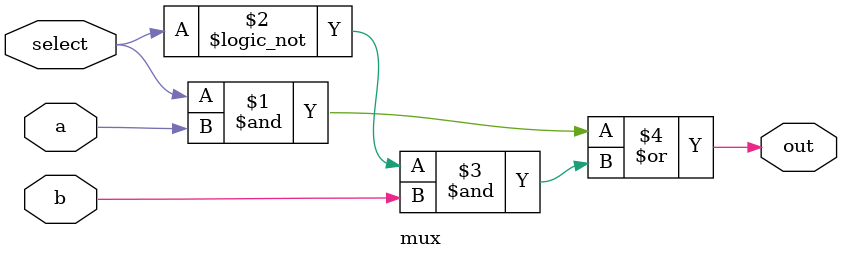
<source format=v>
module mux(a , b , select , out);		//1 for a , 0 for b
	input a , b , select;
	output out;

	wire out;

	assign out = (select & a) | (!select & b);

endmodule
</source>
